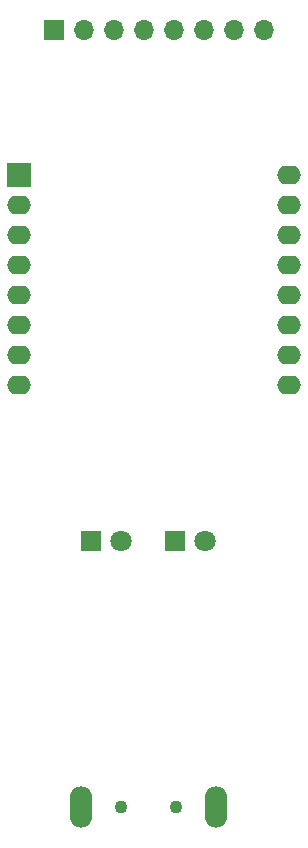
<source format=gbs>
%TF.GenerationSoftware,KiCad,Pcbnew,9.0.0*%
%TF.CreationDate,2025-12-11T11:24:11+01:00*%
%TF.ProjectId,rfidReader,72666964-5265-4616-9465-722e6b696361,rev?*%
%TF.SameCoordinates,Original*%
%TF.FileFunction,Soldermask,Bot*%
%TF.FilePolarity,Negative*%
%FSLAX46Y46*%
G04 Gerber Fmt 4.6, Leading zero omitted, Abs format (unit mm)*
G04 Created by KiCad (PCBNEW 9.0.0) date 2025-12-11 11:24:11*
%MOMM*%
%LPD*%
G01*
G04 APERTURE LIST*
%ADD10C,1.100000*%
%ADD11O,1.900000X3.500000*%
%ADD12R,1.700000X1.700000*%
%ADD13O,1.700000X1.700000*%
%ADD14R,1.800000X1.800000*%
%ADD15C,1.800000*%
%ADD16R,2.000000X2.000000*%
%ADD17O,2.000000X1.600000*%
G04 APERTURE END LIST*
D10*
%TO.C,J1*%
X217715000Y-158200000D03*
X213115000Y-158200000D03*
D11*
X221115000Y-158200000D03*
X209715000Y-158200000D03*
%TD*%
D12*
%TO.C,U2*%
X207400000Y-92400000D03*
D13*
X209940000Y-92400000D03*
X212480000Y-92400000D03*
X215020000Y-92400000D03*
X217560000Y-92400000D03*
X220100000Y-92400000D03*
X222640000Y-92400000D03*
X225180000Y-92400000D03*
%TD*%
D14*
%TO.C,Validation1*%
X217625000Y-135700000D03*
D15*
X220165000Y-135700000D03*
%TD*%
D14*
%TO.C,Marche2*%
X210525000Y-135700000D03*
D15*
X213065000Y-135700000D03*
%TD*%
D16*
%TO.C,U1*%
X204470000Y-104648000D03*
D17*
X204470000Y-107188000D03*
X204470000Y-109728000D03*
X204470000Y-112268000D03*
X204470000Y-114808000D03*
X204470000Y-117348000D03*
X204470000Y-119888000D03*
X204470000Y-122428000D03*
X227330000Y-122428000D03*
X227330000Y-119888000D03*
X227330000Y-117348000D03*
X227330000Y-114808000D03*
X227330000Y-112268000D03*
X227330000Y-109728000D03*
X227330000Y-107188000D03*
X227330000Y-104648000D03*
%TD*%
M02*

</source>
